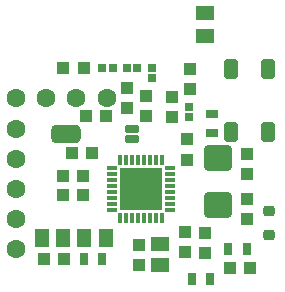
<source format=gts>
G04*
G04 #@! TF.GenerationSoftware,Altium Limited,Altium Designer,18.1.7 (191)*
G04*
G04 Layer_Color=8388736*
%FSLAX24Y24*%
%MOIN*%
G70*
G01*
G75*
%ADD26R,0.0433X0.0394*%
%ADD27R,0.0394X0.0433*%
%ADD28R,0.0394X0.0315*%
G04:AMPARAMS|DCode=29|XSize=66.9mil|YSize=47.2mil|CornerRadius=12.8mil|HoleSize=0mil|Usage=FLASHONLY|Rotation=90.000|XOffset=0mil|YOffset=0mil|HoleType=Round|Shape=RoundedRectangle|*
%AMROUNDEDRECTD29*
21,1,0.0669,0.0217,0,0,90.0*
21,1,0.0413,0.0472,0,0,90.0*
1,1,0.0256,0.0108,0.0207*
1,1,0.0256,0.0108,-0.0207*
1,1,0.0256,-0.0108,-0.0207*
1,1,0.0256,-0.0108,0.0207*
%
%ADD29ROUNDEDRECTD29*%
%ADD30C,0.0630*%
%ADD31R,0.0315X0.0394*%
%ADD32R,0.0276X0.0256*%
G04:AMPARAMS|DCode=33|XSize=47.2mil|YSize=27.6mil|CornerRadius=7.9mil|HoleSize=0mil|Usage=FLASHONLY|Rotation=180.000|XOffset=0mil|YOffset=0mil|HoleType=Round|Shape=RoundedRectangle|*
%AMROUNDEDRECTD33*
21,1,0.0472,0.0118,0,0,180.0*
21,1,0.0315,0.0276,0,0,180.0*
1,1,0.0157,-0.0157,0.0059*
1,1,0.0157,0.0157,0.0059*
1,1,0.0157,0.0157,-0.0059*
1,1,0.0157,-0.0157,-0.0059*
%
%ADD33ROUNDEDRECTD33*%
G04:AMPARAMS|DCode=34|XSize=98.4mil|YSize=63mil|CornerRadius=16.7mil|HoleSize=0mil|Usage=FLASHONLY|Rotation=180.000|XOffset=0mil|YOffset=0mil|HoleType=Round|Shape=RoundedRectangle|*
%AMROUNDEDRECTD34*
21,1,0.0984,0.0295,0,0,180.0*
21,1,0.0650,0.0630,0,0,180.0*
1,1,0.0335,-0.0325,0.0148*
1,1,0.0335,0.0325,0.0148*
1,1,0.0335,0.0325,-0.0148*
1,1,0.0335,-0.0325,-0.0148*
%
%ADD34ROUNDEDRECTD34*%
%ADD35R,0.0591X0.0453*%
%ADD36R,0.0256X0.0276*%
G04:AMPARAMS|DCode=37|XSize=35.4mil|YSize=39.4mil|CornerRadius=9.8mil|HoleSize=0mil|Usage=FLASHONLY|Rotation=270.000|XOffset=0mil|YOffset=0mil|HoleType=Round|Shape=RoundedRectangle|*
%AMROUNDEDRECTD37*
21,1,0.0354,0.0197,0,0,270.0*
21,1,0.0157,0.0394,0,0,270.0*
1,1,0.0197,-0.0098,-0.0079*
1,1,0.0197,-0.0098,0.0079*
1,1,0.0197,0.0098,0.0079*
1,1,0.0197,0.0098,-0.0079*
%
%ADD37ROUNDEDRECTD37*%
G04:AMPARAMS|DCode=38|XSize=94.5mil|YSize=86.6mil|CornerRadius=14.4mil|HoleSize=0mil|Usage=FLASHONLY|Rotation=0.000|XOffset=0mil|YOffset=0mil|HoleType=Round|Shape=RoundedRectangle|*
%AMROUNDEDRECTD38*
21,1,0.0945,0.0579,0,0,0.0*
21,1,0.0657,0.0866,0,0,0.0*
1,1,0.0287,0.0329,-0.0289*
1,1,0.0287,-0.0329,-0.0289*
1,1,0.0287,-0.0329,0.0289*
1,1,0.0287,0.0329,0.0289*
%
%ADD38ROUNDEDRECTD38*%
%ADD39R,0.0610X0.0492*%
%ADD40O,0.0374X0.0150*%
%ADD41O,0.0150X0.0374*%
%ADD42R,0.1398X0.1398*%
%ADD43R,0.0453X0.0591*%
%ADD44R,0.0492X0.0610*%
D26*
X48228Y18346D02*
D03*
X48898D02*
D03*
X42717Y18632D02*
D03*
X42047D02*
D03*
X42972Y22175D02*
D03*
X43642D02*
D03*
X43445Y23396D02*
D03*
X44114D02*
D03*
X42687Y25000D02*
D03*
X43356D02*
D03*
X42679Y20781D02*
D03*
X43348D02*
D03*
X43348Y21398D02*
D03*
X42679D02*
D03*
D27*
X46732Y18852D02*
D03*
Y19522D02*
D03*
X46900Y24311D02*
D03*
Y24980D02*
D03*
X46289Y24035D02*
D03*
Y23366D02*
D03*
X45433Y23386D02*
D03*
Y24055D02*
D03*
X44803Y23671D02*
D03*
Y24341D02*
D03*
X48809Y20650D02*
D03*
Y19980D02*
D03*
X46811Y22618D02*
D03*
Y21949D02*
D03*
X48809Y21467D02*
D03*
Y22136D02*
D03*
X45197Y19114D02*
D03*
Y18445D02*
D03*
X47402Y18839D02*
D03*
Y19508D02*
D03*
D28*
X47638Y23454D02*
D03*
Y22844D02*
D03*
D29*
X48278Y24980D02*
D03*
X49498Y24980D02*
D03*
Y22854D02*
D03*
X48278Y22854D02*
D03*
D30*
X42116Y23986D02*
D03*
X41112Y18957D02*
D03*
Y23986D02*
D03*
Y22982D02*
D03*
Y21978D02*
D03*
Y20974D02*
D03*
Y19970D02*
D03*
X44124Y23986D02*
D03*
X43120D02*
D03*
D31*
X43356Y18632D02*
D03*
X43966D02*
D03*
X46968Y17963D02*
D03*
X47579D02*
D03*
X48179Y18976D02*
D03*
X48789D02*
D03*
D32*
X46880Y23376D02*
D03*
Y23711D02*
D03*
X45640Y25000D02*
D03*
Y24665D02*
D03*
D33*
X44961Y22972D02*
D03*
Y22618D02*
D03*
D34*
X42776Y22795D02*
D03*
D35*
X47392Y26083D02*
D03*
Y26831D02*
D03*
D36*
X44803Y24990D02*
D03*
X45138D02*
D03*
X43986Y24990D02*
D03*
X44321D02*
D03*
D37*
X49528Y19423D02*
D03*
Y20223D02*
D03*
D38*
X47835Y20433D02*
D03*
Y22008D02*
D03*
D39*
X45906Y19134D02*
D03*
Y18425D02*
D03*
D40*
X46250Y21654D02*
D03*
Y21457D02*
D03*
Y21260D02*
D03*
Y21063D02*
D03*
Y20866D02*
D03*
Y20669D02*
D03*
Y20472D02*
D03*
Y20276D02*
D03*
X44301D02*
D03*
Y20472D02*
D03*
Y20669D02*
D03*
Y20866D02*
D03*
Y21063D02*
D03*
Y21260D02*
D03*
Y21457D02*
D03*
Y21654D02*
D03*
D41*
X45965Y19990D02*
D03*
X45768D02*
D03*
X45571D02*
D03*
X45374D02*
D03*
X45177D02*
D03*
X44980D02*
D03*
X44783D02*
D03*
X44587D02*
D03*
Y21939D02*
D03*
X44783D02*
D03*
X44980D02*
D03*
X45177D02*
D03*
X45374D02*
D03*
X45571D02*
D03*
X45768D02*
D03*
X45965D02*
D03*
D42*
X45276Y20965D02*
D03*
D43*
X43362Y19335D02*
D03*
X44110D02*
D03*
D44*
X42683Y19331D02*
D03*
X41974D02*
D03*
M02*

</source>
